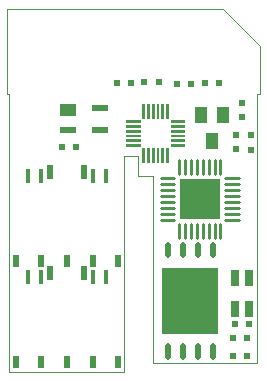
<source format=gtp>
G04 EAGLE Gerber RS-274X export*
G75*
%MOMM*%
%FSLAX34Y34*%
%LPD*%
%AMOC8*
5,1,8,0,0,1.08239X$1,22.5*%
G01*
%ADD10C,0.030000*%
%ADD11C,0.250000*%
%ADD12R,3.400000X3.400000*%
%ADD13R,0.600000X0.500000*%
%ADD14R,0.500000X0.600000*%
%ADD15C,0.500000*%
%ADD16R,4.800000X5.600000*%
%ADD17R,0.800000X1.400000*%
%ADD18C,0.050000*%
%ADD19C,0.048000*%
%ADD20R,1.400000X1.000000*%
%ADD21R,1.400000X0.600000*%
%ADD22R,0.550000X1.100000*%
%ADD23R,0.450000X1.200000*%
%ADD24R,0.500000X1.200000*%
%ADD25R,0.500000X1.100000*%
%ADD26R,1.000000X1.400000*%


D10*
X500Y-3000D02*
X500Y232500D01*
X-2000Y232500D01*
X-2000Y304000D01*
X181200Y304000D01*
X213000Y272700D01*
X213000Y232500D01*
X210000Y232500D01*
X210000Y4000D01*
X122000Y4000D01*
X122000Y163000D01*
X109000Y163000D01*
X109000Y180000D01*
X97500Y180000D01*
X97500Y-3000D01*
X500Y-3000D01*
D11*
X183150Y125750D02*
X194650Y125750D01*
D12*
X161650Y143250D03*
D11*
X183150Y130750D02*
X194650Y130750D01*
X194650Y135750D02*
X183150Y135750D01*
X183150Y140750D02*
X194650Y140750D01*
X194650Y145750D02*
X183150Y145750D01*
X183150Y150750D02*
X194650Y150750D01*
X194650Y155750D02*
X183150Y155750D01*
X183150Y160750D02*
X194650Y160750D01*
X179150Y164750D02*
X179150Y176250D01*
X174150Y176250D02*
X174150Y164750D01*
X169150Y164750D02*
X169150Y176250D01*
X164150Y176250D02*
X164150Y164750D01*
X159150Y164750D02*
X159150Y176250D01*
X154150Y176250D02*
X154150Y164750D01*
X149150Y164750D02*
X149150Y176250D01*
X144150Y176250D02*
X144150Y164750D01*
X140150Y160750D02*
X128650Y160750D01*
X128650Y155750D02*
X140150Y155750D01*
X140150Y150750D02*
X128650Y150750D01*
X128650Y145750D02*
X140150Y145750D01*
X140150Y140750D02*
X128650Y140750D01*
X128650Y135750D02*
X140150Y135750D01*
X140150Y130750D02*
X128650Y130750D01*
X128650Y125750D02*
X140150Y125750D01*
X144150Y121750D02*
X144150Y110250D01*
X149150Y110250D02*
X149150Y121750D01*
X154150Y121750D02*
X154150Y110250D01*
X159150Y110250D02*
X159150Y121750D01*
X164150Y121750D02*
X164150Y110250D01*
X169150Y110250D02*
X169150Y121750D01*
X174150Y121750D02*
X174150Y110250D01*
X179150Y110250D02*
X179150Y121750D01*
D13*
X154500Y240950D03*
X142500Y240950D03*
X114700Y241950D03*
X126700Y241950D03*
X103450Y241550D03*
X91450Y241550D03*
D14*
X204650Y197036D03*
X204650Y185036D03*
D15*
X172550Y104550D02*
X172550Y95550D01*
D16*
X153500Y57050D03*
D15*
X159850Y95550D02*
X159850Y104550D01*
X147150Y104550D02*
X147150Y95550D01*
X134450Y95550D02*
X134450Y104550D01*
X134450Y18550D02*
X134450Y9550D01*
X147150Y9550D02*
X147150Y18550D01*
X159850Y18550D02*
X159850Y9550D01*
X172550Y9550D02*
X172550Y18550D01*
D13*
X201550Y10000D03*
X189550Y10000D03*
D17*
X203250Y50000D03*
X203250Y76000D03*
X191250Y76000D03*
X191250Y50000D03*
D13*
X203115Y37092D03*
X191115Y37092D03*
D18*
X148550Y189850D02*
X136850Y189850D01*
X148550Y189850D02*
X148550Y188350D01*
X136850Y188350D01*
X136850Y189850D01*
X136850Y188825D02*
X148550Y188825D01*
X148550Y189300D02*
X136850Y189300D01*
X136850Y189775D02*
X148550Y189775D01*
X148550Y193850D02*
X136850Y193850D01*
X148550Y193850D02*
X148550Y192350D01*
X136850Y192350D01*
X136850Y193850D01*
X136850Y192825D02*
X148550Y192825D01*
X148550Y193300D02*
X136850Y193300D01*
X136850Y193775D02*
X148550Y193775D01*
X148550Y197850D02*
X136850Y197850D01*
X148550Y197850D02*
X148550Y196350D01*
X136850Y196350D01*
X136850Y197850D01*
X136850Y196825D02*
X148550Y196825D01*
X148550Y197300D02*
X136850Y197300D01*
X136850Y197775D02*
X148550Y197775D01*
X148550Y201850D02*
X136850Y201850D01*
X148550Y201850D02*
X148550Y200350D01*
X136850Y200350D01*
X136850Y201850D01*
X136850Y200825D02*
X148550Y200825D01*
X148550Y201300D02*
X136850Y201300D01*
X136850Y201775D02*
X148550Y201775D01*
X148550Y205850D02*
X136850Y205850D01*
X148550Y205850D02*
X148550Y204350D01*
X136850Y204350D01*
X136850Y205850D01*
X136850Y204825D02*
X148550Y204825D01*
X148550Y205300D02*
X136850Y205300D01*
X136850Y205775D02*
X148550Y205775D01*
X148550Y209850D02*
X136850Y209850D01*
X148550Y209850D02*
X148550Y208350D01*
X136850Y208350D01*
X136850Y209850D01*
X136850Y208825D02*
X148550Y208825D01*
X148550Y209300D02*
X136850Y209300D01*
X136850Y209775D02*
X148550Y209775D01*
X133050Y212150D02*
X133050Y223850D01*
X134550Y223850D01*
X134550Y212150D01*
X133050Y212150D01*
X133050Y212625D02*
X134550Y212625D01*
X134550Y213100D02*
X133050Y213100D01*
X133050Y213575D02*
X134550Y213575D01*
X134550Y214050D02*
X133050Y214050D01*
X133050Y214525D02*
X134550Y214525D01*
X134550Y215000D02*
X133050Y215000D01*
X133050Y215475D02*
X134550Y215475D01*
X134550Y215950D02*
X133050Y215950D01*
X133050Y216425D02*
X134550Y216425D01*
X134550Y216900D02*
X133050Y216900D01*
X133050Y217375D02*
X134550Y217375D01*
X134550Y217850D02*
X133050Y217850D01*
X133050Y218325D02*
X134550Y218325D01*
X134550Y218800D02*
X133050Y218800D01*
X133050Y219275D02*
X134550Y219275D01*
X134550Y219750D02*
X133050Y219750D01*
X133050Y220225D02*
X134550Y220225D01*
X134550Y220700D02*
X133050Y220700D01*
X133050Y221175D02*
X134550Y221175D01*
X134550Y221650D02*
X133050Y221650D01*
X133050Y222125D02*
X134550Y222125D01*
X134550Y222600D02*
X133050Y222600D01*
X133050Y223075D02*
X134550Y223075D01*
X134550Y223550D02*
X133050Y223550D01*
X129050Y223850D02*
X129050Y212150D01*
X129050Y223850D02*
X130550Y223850D01*
X130550Y212150D01*
X129050Y212150D01*
X129050Y212625D02*
X130550Y212625D01*
X130550Y213100D02*
X129050Y213100D01*
X129050Y213575D02*
X130550Y213575D01*
X130550Y214050D02*
X129050Y214050D01*
X129050Y214525D02*
X130550Y214525D01*
X130550Y215000D02*
X129050Y215000D01*
X129050Y215475D02*
X130550Y215475D01*
X130550Y215950D02*
X129050Y215950D01*
X129050Y216425D02*
X130550Y216425D01*
X130550Y216900D02*
X129050Y216900D01*
X129050Y217375D02*
X130550Y217375D01*
X130550Y217850D02*
X129050Y217850D01*
X129050Y218325D02*
X130550Y218325D01*
X130550Y218800D02*
X129050Y218800D01*
X129050Y219275D02*
X130550Y219275D01*
X130550Y219750D02*
X129050Y219750D01*
X129050Y220225D02*
X130550Y220225D01*
X130550Y220700D02*
X129050Y220700D01*
X129050Y221175D02*
X130550Y221175D01*
X130550Y221650D02*
X129050Y221650D01*
X129050Y222125D02*
X130550Y222125D01*
X130550Y222600D02*
X129050Y222600D01*
X129050Y223075D02*
X130550Y223075D01*
X130550Y223550D02*
X129050Y223550D01*
X125050Y223850D02*
X125050Y212150D01*
X125050Y223850D02*
X126550Y223850D01*
X126550Y212150D01*
X125050Y212150D01*
X125050Y212625D02*
X126550Y212625D01*
X126550Y213100D02*
X125050Y213100D01*
X125050Y213575D02*
X126550Y213575D01*
X126550Y214050D02*
X125050Y214050D01*
X125050Y214525D02*
X126550Y214525D01*
X126550Y215000D02*
X125050Y215000D01*
X125050Y215475D02*
X126550Y215475D01*
X126550Y215950D02*
X125050Y215950D01*
X125050Y216425D02*
X126550Y216425D01*
X126550Y216900D02*
X125050Y216900D01*
X125050Y217375D02*
X126550Y217375D01*
X126550Y217850D02*
X125050Y217850D01*
X125050Y218325D02*
X126550Y218325D01*
X126550Y218800D02*
X125050Y218800D01*
X125050Y219275D02*
X126550Y219275D01*
X126550Y219750D02*
X125050Y219750D01*
X125050Y220225D02*
X126550Y220225D01*
X126550Y220700D02*
X125050Y220700D01*
X125050Y221175D02*
X126550Y221175D01*
X126550Y221650D02*
X125050Y221650D01*
X125050Y222125D02*
X126550Y222125D01*
X126550Y222600D02*
X125050Y222600D01*
X125050Y223075D02*
X126550Y223075D01*
X126550Y223550D02*
X125050Y223550D01*
X121050Y223850D02*
X121050Y212150D01*
X121050Y223850D02*
X122550Y223850D01*
X122550Y212150D01*
X121050Y212150D01*
X121050Y212625D02*
X122550Y212625D01*
X122550Y213100D02*
X121050Y213100D01*
X121050Y213575D02*
X122550Y213575D01*
X122550Y214050D02*
X121050Y214050D01*
X121050Y214525D02*
X122550Y214525D01*
X122550Y215000D02*
X121050Y215000D01*
X121050Y215475D02*
X122550Y215475D01*
X122550Y215950D02*
X121050Y215950D01*
X121050Y216425D02*
X122550Y216425D01*
X122550Y216900D02*
X121050Y216900D01*
X121050Y217375D02*
X122550Y217375D01*
X122550Y217850D02*
X121050Y217850D01*
X121050Y218325D02*
X122550Y218325D01*
X122550Y218800D02*
X121050Y218800D01*
X121050Y219275D02*
X122550Y219275D01*
X122550Y219750D02*
X121050Y219750D01*
X121050Y220225D02*
X122550Y220225D01*
X122550Y220700D02*
X121050Y220700D01*
X121050Y221175D02*
X122550Y221175D01*
X122550Y221650D02*
X121050Y221650D01*
X121050Y222125D02*
X122550Y222125D01*
X122550Y222600D02*
X121050Y222600D01*
X121050Y223075D02*
X122550Y223075D01*
X122550Y223550D02*
X121050Y223550D01*
X117050Y223850D02*
X117050Y212150D01*
X117050Y223850D02*
X118550Y223850D01*
X118550Y212150D01*
X117050Y212150D01*
X117050Y212625D02*
X118550Y212625D01*
X118550Y213100D02*
X117050Y213100D01*
X117050Y213575D02*
X118550Y213575D01*
X118550Y214050D02*
X117050Y214050D01*
X117050Y214525D02*
X118550Y214525D01*
X118550Y215000D02*
X117050Y215000D01*
X117050Y215475D02*
X118550Y215475D01*
X118550Y215950D02*
X117050Y215950D01*
X117050Y216425D02*
X118550Y216425D01*
X118550Y216900D02*
X117050Y216900D01*
X117050Y217375D02*
X118550Y217375D01*
X118550Y217850D02*
X117050Y217850D01*
X117050Y218325D02*
X118550Y218325D01*
X118550Y218800D02*
X117050Y218800D01*
X117050Y219275D02*
X118550Y219275D01*
X118550Y219750D02*
X117050Y219750D01*
X117050Y220225D02*
X118550Y220225D01*
X118550Y220700D02*
X117050Y220700D01*
X117050Y221175D02*
X118550Y221175D01*
X118550Y221650D02*
X117050Y221650D01*
X117050Y222125D02*
X118550Y222125D01*
X118550Y222600D02*
X117050Y222600D01*
X117050Y223075D02*
X118550Y223075D01*
X118550Y223550D02*
X117050Y223550D01*
X113050Y223850D02*
X113050Y212150D01*
X113050Y223850D02*
X114550Y223850D01*
X114550Y212150D01*
X113050Y212150D01*
X113050Y212625D02*
X114550Y212625D01*
X114550Y213100D02*
X113050Y213100D01*
X113050Y213575D02*
X114550Y213575D01*
X114550Y214050D02*
X113050Y214050D01*
X113050Y214525D02*
X114550Y214525D01*
X114550Y215000D02*
X113050Y215000D01*
X113050Y215475D02*
X114550Y215475D01*
X114550Y215950D02*
X113050Y215950D01*
X113050Y216425D02*
X114550Y216425D01*
X114550Y216900D02*
X113050Y216900D01*
X113050Y217375D02*
X114550Y217375D01*
X114550Y217850D02*
X113050Y217850D01*
X113050Y218325D02*
X114550Y218325D01*
X114550Y218800D02*
X113050Y218800D01*
X113050Y219275D02*
X114550Y219275D01*
X114550Y219750D02*
X113050Y219750D01*
X113050Y220225D02*
X114550Y220225D01*
X114550Y220700D02*
X113050Y220700D01*
X113050Y221175D02*
X114550Y221175D01*
X114550Y221650D02*
X113050Y221650D01*
X113050Y222125D02*
X114550Y222125D01*
X114550Y222600D02*
X113050Y222600D01*
X113050Y223075D02*
X114550Y223075D01*
X114550Y223550D02*
X113050Y223550D01*
X110750Y208350D02*
X99050Y208350D01*
X99050Y209850D01*
X110750Y209850D01*
X110750Y208350D01*
X110750Y208825D02*
X99050Y208825D01*
X99050Y209300D02*
X110750Y209300D01*
X110750Y209775D02*
X99050Y209775D01*
X99050Y204350D02*
X110750Y204350D01*
X99050Y204350D02*
X99050Y205850D01*
X110750Y205850D01*
X110750Y204350D01*
X110750Y204825D02*
X99050Y204825D01*
X99050Y205300D02*
X110750Y205300D01*
X110750Y205775D02*
X99050Y205775D01*
X99050Y200350D02*
X110750Y200350D01*
X99050Y200350D02*
X99050Y201850D01*
X110750Y201850D01*
X110750Y200350D01*
X110750Y200825D02*
X99050Y200825D01*
X99050Y201300D02*
X110750Y201300D01*
X110750Y201775D02*
X99050Y201775D01*
X99050Y196350D02*
X110750Y196350D01*
X99050Y196350D02*
X99050Y197850D01*
X110750Y197850D01*
X110750Y196350D01*
X110750Y196825D02*
X99050Y196825D01*
X99050Y197300D02*
X110750Y197300D01*
X110750Y197775D02*
X99050Y197775D01*
X99050Y192350D02*
X110750Y192350D01*
X99050Y192350D02*
X99050Y193850D01*
X110750Y193850D01*
X110750Y192350D01*
X110750Y192825D02*
X99050Y192825D01*
X99050Y193300D02*
X110750Y193300D01*
X110750Y193775D02*
X99050Y193775D01*
X99050Y188350D02*
X110750Y188350D01*
X99050Y188350D02*
X99050Y189850D01*
X110750Y189850D01*
X110750Y188350D01*
X110750Y188825D02*
X99050Y188825D01*
X99050Y189300D02*
X110750Y189300D01*
X110750Y189775D02*
X99050Y189775D01*
X114550Y186050D02*
X114550Y174350D01*
X113050Y174350D01*
X113050Y186050D01*
X114550Y186050D01*
X114550Y174825D02*
X113050Y174825D01*
X113050Y175300D02*
X114550Y175300D01*
X114550Y175775D02*
X113050Y175775D01*
X113050Y176250D02*
X114550Y176250D01*
X114550Y176725D02*
X113050Y176725D01*
X113050Y177200D02*
X114550Y177200D01*
X114550Y177675D02*
X113050Y177675D01*
X113050Y178150D02*
X114550Y178150D01*
X114550Y178625D02*
X113050Y178625D01*
X113050Y179100D02*
X114550Y179100D01*
X114550Y179575D02*
X113050Y179575D01*
X113050Y180050D02*
X114550Y180050D01*
X114550Y180525D02*
X113050Y180525D01*
X113050Y181000D02*
X114550Y181000D01*
X114550Y181475D02*
X113050Y181475D01*
X113050Y181950D02*
X114550Y181950D01*
X114550Y182425D02*
X113050Y182425D01*
X113050Y182900D02*
X114550Y182900D01*
X114550Y183375D02*
X113050Y183375D01*
X113050Y183850D02*
X114550Y183850D01*
X114550Y184325D02*
X113050Y184325D01*
X113050Y184800D02*
X114550Y184800D01*
X114550Y185275D02*
X113050Y185275D01*
X113050Y185750D02*
X114550Y185750D01*
X118550Y186050D02*
X118550Y174350D01*
X117050Y174350D01*
X117050Y186050D01*
X118550Y186050D01*
X118550Y174825D02*
X117050Y174825D01*
X117050Y175300D02*
X118550Y175300D01*
X118550Y175775D02*
X117050Y175775D01*
X117050Y176250D02*
X118550Y176250D01*
X118550Y176725D02*
X117050Y176725D01*
X117050Y177200D02*
X118550Y177200D01*
X118550Y177675D02*
X117050Y177675D01*
X117050Y178150D02*
X118550Y178150D01*
X118550Y178625D02*
X117050Y178625D01*
X117050Y179100D02*
X118550Y179100D01*
X118550Y179575D02*
X117050Y179575D01*
X117050Y180050D02*
X118550Y180050D01*
X118550Y180525D02*
X117050Y180525D01*
X117050Y181000D02*
X118550Y181000D01*
X118550Y181475D02*
X117050Y181475D01*
X117050Y181950D02*
X118550Y181950D01*
X118550Y182425D02*
X117050Y182425D01*
X117050Y182900D02*
X118550Y182900D01*
X118550Y183375D02*
X117050Y183375D01*
X117050Y183850D02*
X118550Y183850D01*
X118550Y184325D02*
X117050Y184325D01*
X117050Y184800D02*
X118550Y184800D01*
X118550Y185275D02*
X117050Y185275D01*
X117050Y185750D02*
X118550Y185750D01*
X122550Y186050D02*
X122550Y174350D01*
X121050Y174350D01*
X121050Y186050D01*
X122550Y186050D01*
X122550Y174825D02*
X121050Y174825D01*
X121050Y175300D02*
X122550Y175300D01*
X122550Y175775D02*
X121050Y175775D01*
X121050Y176250D02*
X122550Y176250D01*
X122550Y176725D02*
X121050Y176725D01*
X121050Y177200D02*
X122550Y177200D01*
X122550Y177675D02*
X121050Y177675D01*
X121050Y178150D02*
X122550Y178150D01*
X122550Y178625D02*
X121050Y178625D01*
X121050Y179100D02*
X122550Y179100D01*
X122550Y179575D02*
X121050Y179575D01*
X121050Y180050D02*
X122550Y180050D01*
X122550Y180525D02*
X121050Y180525D01*
X121050Y181000D02*
X122550Y181000D01*
X122550Y181475D02*
X121050Y181475D01*
X121050Y181950D02*
X122550Y181950D01*
X122550Y182425D02*
X121050Y182425D01*
X121050Y182900D02*
X122550Y182900D01*
X122550Y183375D02*
X121050Y183375D01*
X121050Y183850D02*
X122550Y183850D01*
X122550Y184325D02*
X121050Y184325D01*
X121050Y184800D02*
X122550Y184800D01*
X122550Y185275D02*
X121050Y185275D01*
X121050Y185750D02*
X122550Y185750D01*
X126550Y186050D02*
X126550Y174350D01*
X125050Y174350D01*
X125050Y186050D01*
X126550Y186050D01*
X126550Y174825D02*
X125050Y174825D01*
X125050Y175300D02*
X126550Y175300D01*
X126550Y175775D02*
X125050Y175775D01*
X125050Y176250D02*
X126550Y176250D01*
X126550Y176725D02*
X125050Y176725D01*
X125050Y177200D02*
X126550Y177200D01*
X126550Y177675D02*
X125050Y177675D01*
X125050Y178150D02*
X126550Y178150D01*
X126550Y178625D02*
X125050Y178625D01*
X125050Y179100D02*
X126550Y179100D01*
X126550Y179575D02*
X125050Y179575D01*
X125050Y180050D02*
X126550Y180050D01*
X126550Y180525D02*
X125050Y180525D01*
X125050Y181000D02*
X126550Y181000D01*
X126550Y181475D02*
X125050Y181475D01*
X125050Y181950D02*
X126550Y181950D01*
X126550Y182425D02*
X125050Y182425D01*
X125050Y182900D02*
X126550Y182900D01*
X126550Y183375D02*
X125050Y183375D01*
X125050Y183850D02*
X126550Y183850D01*
X126550Y184325D02*
X125050Y184325D01*
X125050Y184800D02*
X126550Y184800D01*
X126550Y185275D02*
X125050Y185275D01*
X125050Y185750D02*
X126550Y185750D01*
X130550Y186050D02*
X130550Y174350D01*
X129050Y174350D01*
X129050Y186050D01*
X130550Y186050D01*
X130550Y174825D02*
X129050Y174825D01*
X129050Y175300D02*
X130550Y175300D01*
X130550Y175775D02*
X129050Y175775D01*
X129050Y176250D02*
X130550Y176250D01*
X130550Y176725D02*
X129050Y176725D01*
X129050Y177200D02*
X130550Y177200D01*
X130550Y177675D02*
X129050Y177675D01*
X129050Y178150D02*
X130550Y178150D01*
X130550Y178625D02*
X129050Y178625D01*
X129050Y179100D02*
X130550Y179100D01*
X130550Y179575D02*
X129050Y179575D01*
X129050Y180050D02*
X130550Y180050D01*
X130550Y180525D02*
X129050Y180525D01*
X129050Y181000D02*
X130550Y181000D01*
X130550Y181475D02*
X129050Y181475D01*
X129050Y181950D02*
X130550Y181950D01*
X130550Y182425D02*
X129050Y182425D01*
X129050Y182900D02*
X130550Y182900D01*
X130550Y183375D02*
X129050Y183375D01*
X129050Y183850D02*
X130550Y183850D01*
X130550Y184325D02*
X129050Y184325D01*
X129050Y184800D02*
X130550Y184800D01*
X130550Y185275D02*
X129050Y185275D01*
X129050Y185750D02*
X130550Y185750D01*
D19*
X134560Y186060D02*
X134560Y174340D01*
X133040Y174340D01*
X133040Y186060D01*
X134560Y186060D01*
X134560Y174796D02*
X133040Y174796D01*
X133040Y175252D02*
X134560Y175252D01*
X134560Y175708D02*
X133040Y175708D01*
X133040Y176164D02*
X134560Y176164D01*
X134560Y176620D02*
X133040Y176620D01*
X133040Y177076D02*
X134560Y177076D01*
X134560Y177532D02*
X133040Y177532D01*
X133040Y177988D02*
X134560Y177988D01*
X134560Y178444D02*
X133040Y178444D01*
X133040Y178900D02*
X134560Y178900D01*
X134560Y179356D02*
X133040Y179356D01*
X133040Y179812D02*
X134560Y179812D01*
X134560Y180268D02*
X133040Y180268D01*
X133040Y180724D02*
X134560Y180724D01*
X134560Y181180D02*
X133040Y181180D01*
X133040Y181636D02*
X134560Y181636D01*
X134560Y182092D02*
X133040Y182092D01*
X133040Y182548D02*
X134560Y182548D01*
X134560Y183004D02*
X133040Y183004D01*
X133040Y183460D02*
X134560Y183460D01*
X134560Y183916D02*
X133040Y183916D01*
X133040Y184372D02*
X134560Y184372D01*
X134560Y184828D02*
X133040Y184828D01*
X133040Y185284D02*
X134560Y185284D01*
X134560Y185740D02*
X133040Y185740D01*
D13*
X201700Y25450D03*
X189700Y25450D03*
D20*
X50250Y218450D03*
D21*
X50250Y201450D03*
X77250Y201450D03*
X77250Y220450D03*
D13*
X56950Y187350D03*
X44950Y187350D03*
D22*
X92000Y90700D03*
D23*
X82000Y162700D03*
X71000Y162700D03*
D24*
X63500Y166300D03*
X34500Y166300D03*
D23*
X27000Y162700D03*
X16000Y162700D03*
D22*
X6000Y90700D03*
D25*
X27200Y90700D03*
X49000Y90700D03*
X70800Y90700D03*
D13*
X165650Y241050D03*
X177650Y241050D03*
D26*
X172100Y192650D03*
X162600Y214650D03*
X181600Y214650D03*
D14*
X197450Y212400D03*
X197450Y224400D03*
X192350Y197200D03*
X192350Y185200D03*
D22*
X92000Y5200D03*
D23*
X82000Y77200D03*
X71000Y77200D03*
D24*
X63500Y80800D03*
X34500Y80800D03*
D23*
X27000Y77200D03*
X16000Y77200D03*
D22*
X6000Y5200D03*
D25*
X27200Y5200D03*
X49000Y5200D03*
X70800Y5200D03*
M02*

</source>
